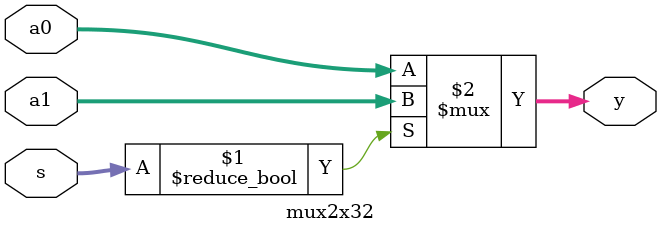
<source format=v>
`timescale 1ns / 1ps


module mux2x32(a0,a1,s,y);
    input [31:0] a0;
    input [31:0] a1;
    input [1:0] s;
    output [31:0] y;

    assign y = s ? a1 : a0;
endmodule
</source>
